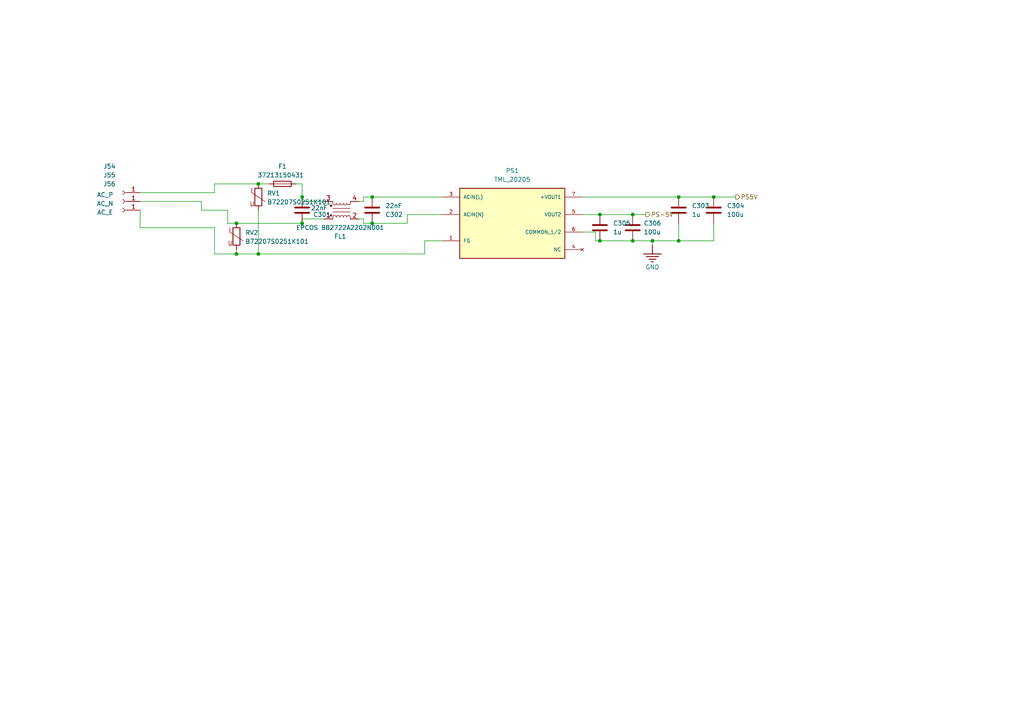
<source format=kicad_sch>
(kicad_sch (version 20230121) (generator eeschema)
  (paper "A4")
  (lib_symbols
    (symbol "Connector:Conn_01x01_Socket" (pin_names (offset 1.016) hide)
      (property "Reference" "J" (at 0 2.54 0))
      (property "Value" "Conn_01x01_Socket" (at 0 -2.54 0))
      (symbol "Conn_01x01_Socket_1_1"
        (polyline (pts (xy -1.27 0) (xy -0.508 0)) (stroke (width 0.1524)))
        (arc (start 0 0.508) (mid -0.5058 0) (end 0 -0.508) (stroke (width 0.1524)))
        (pin passive line (at -5.08 0 0) (length 3.81) (name "Pin_1") (number "1"))
      )
    )
    (symbol "Device:C" (pin_numbers hide) (pin_names (offset 0.254))
      (property "Reference" "C" (at 0.635 2.54 0))
      (property "Value" "C" (at 0.635 -2.54 0))
      (symbol "C_0_1"
        (polyline (pts (xy -2.032 -0.762) (xy 2.032 -0.762)) (stroke (width 0.508)))
        (polyline (pts (xy -2.032 0.762) (xy 2.032 0.762)) (stroke (width 0.508)))
      )
      (symbol "C_1_1"
        (pin passive line (at 0 3.81 270) (length 2.794) (name "~") (number "1"))
        (pin passive line (at 0 -3.81 90) (length 2.794) (name "~") (number "2"))
      )
    )
    (symbol "Device:Filter_EMI_LL" (pin_names (offset 0.254) hide)
      (property "Reference" "FL" (at 0 4.445 0))
      (property "Value" "Filter_EMI_LL" (at 0 -4.445 0))
      (symbol "Filter_EMI_LL_0_1"
        (circle (center -3.048 -1.27) (radius 0.254) (fill (type outline)))
        (circle (center -3.048 1.524) (radius 0.254) (fill (type outline)))
        (arc (start -2.54 2.032) (mid -2.032 1.5262) (end -1.524 2.032))
        (arc (start -1.524 -2.032) (mid -2.032 -1.5262) (end -2.54 -2.032))
        (arc (start -1.524 2.032) (mid -1.016 1.5262) (end -0.508 2.032))
        (arc (start -0.508 -2.032) (mid -1.016 -1.5262) (end -1.524 -2.032))
        (arc (start -0.508 2.032) (mid 0 1.5262) (end 0.508 2.032))
        (polyline (pts (xy -2.54 -2.032) (xy -2.54 -2.54)))
        (polyline (pts (xy -2.54 0.508) (xy 2.54 0.508)))
        (polyline (pts (xy -2.54 2.032) (xy -2.54 2.54)))
        (polyline (pts (xy 2.54 -2.032) (xy 2.54 -2.54)))
        (polyline (pts (xy 2.54 -0.508) (xy -2.54 -0.508)))
        (polyline (pts (xy 2.54 2.54) (xy 2.54 2.032)))
        (arc (start 0.508 -2.032) (mid 0 -1.5262) (end -0.508 -2.032))
        (arc (start 0.508 2.032) (mid 1.016 1.5262) (end 1.524 2.032))
        (arc (start 1.524 -2.032) (mid 1.016 -1.5262) (end 0.508 -2.032))
        (arc (start 1.524 2.032) (mid 2.032 1.5262) (end 2.54 2.032))
        (arc (start 2.54 -2.032) (mid 2.032 -1.5262) (end 1.524 -2.032))
      )
      (symbol "Filter_EMI_LL_1_1"
        (pin passive line (at -5.08 2.54 0) (length 2.54) (name "1") (number "1"))
        (pin passive line (at 5.08 2.54 180) (length 2.54) (name "2") (number "2"))
        (pin passive line (at -5.08 -2.54 0) (length 2.54) (name "3") (number "3"))
        (pin passive line (at 5.08 -2.54 180) (length 2.54) (name "4") (number "4"))
      )
    )
    (symbol "Device:Fuse" (pin_numbers hide) (pin_names (offset 0))
      (property "Reference" "F" (at 2.032 0 90))
      (property "Value" "Fuse" (at -1.905 0 90))
      (symbol "Fuse_0_1"
        (rectangle (start -0.762 -2.54) (end 0.762 2.54) (stroke (width 0.254)))
        (polyline (pts (xy 0 2.54) (xy 0 -2.54)))
      )
      (symbol "Fuse_1_1"
        (pin passive line (at 0 3.81 270) (length 1.27) (name "~") (number "1"))
        (pin passive line (at 0 -3.81 90) (length 1.27) (name "~") (number "2"))
      )
    )
    (symbol "Device:Varistor" (pin_numbers hide) (pin_names (offset 0))
      (property "Reference" "RV" (at 3.175 0 90))
      (property "Value" "Varistor" (at -3.175 0 90))
      (symbol "Varistor_0_0"
        (text "U" (at -1.778 -2.032 0) (effects (font (size 1.27 1.27))))
      )
      (symbol "Varistor_0_1"
        (rectangle (start -1.016 -2.54) (end 1.016 2.54) (stroke (width 0.254)))
        (polyline (pts (xy -1.905 2.54) (xy -1.905 1.27) (xy 1.905 -1.27)))
      )
      (symbol "Varistor_1_1"
        (pin passive line (at 0 3.81 270) (length 1.27) (name "~") (number "1"))
        (pin passive line (at 0 -3.81 90) (length 1.27) (name "~") (number "2"))
      )
    )
    (symbol "DifferentialProbe-altium-import:GND" (power)
      (property "Reference" "#PWR" (at 0 0 0))
      (property "Value" "GND" (at 0 6.35 0))
      (symbol "GND_0_0"
        (polyline (pts (xy -2.54 -2.54) (xy 2.54 -2.54)) (stroke (width 0.254)))
        (polyline (pts (xy -1.778 -3.302) (xy 1.778 -3.302)) (stroke (width 0.254)))
        (polyline (pts (xy -1.016 -4.064) (xy 1.016 -4.064)) (stroke (width 0.254)))
        (polyline (pts (xy -0.254 -4.826) (xy 0.254 -4.826)) (stroke (width 0.254)))
        (polyline (pts (xy 0 0) (xy 0 -2.54)) (stroke (width 0.254)))
        (pin power_in line (at 0 0 0) (length 0) hide (name "GND") (number ""))
      )
    )
    (symbol "New_Library:TML_20205" (pin_names (offset 1.016))
      (property "Reference" "PS" (at -15.24 10.922 0))
      (property "Value" "TML_20205" (at -15.24 -12.7 0))
      (symbol "TML_20205_0_0"
        (rectangle (start -15.24 -10.16) (end 15.24 10.16) (stroke (width 0.254)) (fill (type background)))
        (pin passive line (at -20.32 -5.08 0) (length 5.08) (name "FG") (number "1"))
        (pin input line (at -20.32 2.54 0) (length 5.08) (name "ACIN(N)") (number "2"))
        (pin input line (at -20.32 7.62 0) (length 5.08) (name "ACIN(L)") (number "3"))
        (pin no_connect line (at 20.32 -7.62 180) (length 5.08) (name "NC") (number "4"))
        (pin output line (at 20.32 2.54 180) (length 5.08) (name "VOUT2") (number "5"))
        (pin passive line (at 20.32 -2.54 180) (length 5.08) (name "COMMON_1/2") (number "6"))
        (pin output line (at 20.32 7.62 180) (length 5.08) (name "+VOUT1") (number "7"))
      )
    )
  )
  (junction (at 173.99 69.85))
  (junction (at 173.99 62.23))
  (junction (at 107.95 64.77))
  (junction (at 183.515 62.23))
  (junction (at 87.63 64.77))
  (junction (at 196.85 57.15))
  (junction (at 196.85 69.85))
  (junction (at 183.515 69.85))
  (junction (at 74.93 73.66))
  (junction (at 207.01 57.15))
  (junction (at 87.63 57.15))
  (junction (at 107.95 57.15))
  (junction (at 68.58 64.77))
  (junction (at 74.93 53.34))
  (junction (at 189.23 69.85))
  (junction (at 68.58 73.66))
  (wire (pts (xy 168.91 62.23) (xy 173.99 62.23)))
  (wire (pts (xy 189.23 69.85) (xy 196.85 69.85)))
  (wire (pts (xy 196.85 69.85) (xy 207.01 69.85)))
  (wire (pts (xy 85.725 53.34) (xy 87.63 53.34)))
  (wire (pts (xy 105.41 57.15) (xy 105.41 58.42)))
  (wire (pts (xy 68.58 72.39) (xy 68.58 73.66)))
  (wire (pts (xy 196.85 64.77) (xy 196.85 69.85)))
  (wire (pts (xy 173.99 69.85) (xy 172.72 69.85)))
  (wire (pts (xy 183.515 69.85) (xy 189.23 69.85)))
  (wire (pts (xy 40.64 60.96) (xy 40.64 66.04)))
  (wire (pts (xy 118.11 62.23) (xy 128.27 62.23)))
  (wire (pts (xy 123.19 73.66) (xy 123.19 69.85)))
  (wire (pts (xy 87.63 63.5) (xy 93.98 63.5)))
  (wire (pts (xy 105.41 64.77) (xy 105.41 63.5)))
  (wire (pts (xy 172.72 67.31) (xy 168.91 67.31)))
  (wire (pts (xy 74.93 60.96) (xy 74.93 73.66)))
  (wire (pts (xy 105.41 63.5) (xy 104.14 63.5)))
  (wire (pts (xy 74.93 53.34) (xy 78.105 53.34)))
  (wire (pts (xy 123.19 69.85) (xy 128.27 69.85)))
  (wire (pts (xy 62.23 66.04) (xy 62.23 73.66)))
  (wire (pts (xy 40.64 58.42) (xy 58.42 58.42)))
  (wire (pts (xy 87.63 64.77) (xy 87.63 63.5)))
  (wire (pts (xy 173.99 62.23) (xy 183.515 62.23)))
  (wire (pts (xy 68.58 64.77) (xy 87.63 64.77)))
  (wire (pts (xy 172.72 69.85) (xy 172.72 67.31)))
  (wire (pts (xy 40.64 55.88) (xy 62.23 55.88)))
  (wire (pts (xy 40.64 66.04) (xy 62.23 66.04)))
  (wire (pts (xy 87.63 57.15) (xy 87.63 53.34)))
  (wire (pts (xy 74.93 73.66) (xy 123.19 73.66)))
  (wire (pts (xy 58.42 60.96) (xy 66.04 60.96)))
  (wire (pts (xy 105.41 57.15) (xy 107.95 57.15)))
  (wire (pts (xy 66.04 64.77) (xy 66.04 60.96)))
  (wire (pts (xy 105.41 64.77) (xy 107.95 64.77)))
  (wire (pts (xy 105.41 58.42) (xy 104.14 58.42)))
  (wire (pts (xy 87.63 58.42) (xy 87.63 57.15)))
  (wire (pts (xy 207.01 57.15) (xy 213.36 57.15)))
  (wire (pts (xy 66.04 64.77) (xy 68.58 64.77)))
  (wire (pts (xy 189.23 69.85) (xy 189.23 71.12)))
  (wire (pts (xy 107.95 57.15) (xy 128.27 57.15)))
  (wire (pts (xy 62.23 73.66) (xy 68.58 73.66)))
  (wire (pts (xy 62.23 55.88) (xy 62.23 53.34)))
  (wire (pts (xy 183.515 62.23) (xy 187.325 62.23)))
  (wire (pts (xy 207.01 64.77) (xy 207.01 69.85)))
  (wire (pts (xy 168.91 57.15) (xy 196.85 57.15)))
  (wire (pts (xy 107.95 64.77) (xy 118.11 64.77)))
  (wire (pts (xy 58.42 58.42) (xy 58.42 60.96)))
  (wire (pts (xy 93.98 58.42) (xy 87.63 58.42)))
  (wire (pts (xy 196.85 57.15) (xy 207.01 57.15)))
  (wire (pts (xy 62.23 53.34) (xy 74.93 53.34)))
  (wire (pts (xy 68.58 73.66) (xy 74.93 73.66)))
  (wire (pts (xy 118.11 64.77) (xy 118.11 62.23)))
  (wire (pts (xy 173.99 69.85) (xy 183.515 69.85)))
  (hierarchical_label "PS-5V" (shape output) (at 187.325 62.23 0))
  (hierarchical_label "PS5V" (shape output) (at 213.36 57.15 0))
  (symbol (lib_id "Device:C") (at 87.63 60.96 0) (mirror x) (unit 1)
    (property "Reference" "C301" (at 90.805 62.23 0) (effects (justify left)))
    (property "Value" "22nF" (at 90.17 60.325 0) (effects (justify left)))
    (property "Footprint" "Capacitor_THT:C_Rect_L13.0mm_W4.0mm_P10.00mm_FKS3_FKP3_MKS4" (effects hide))
  )
  (symbol (lib_id "Device:C") (at 196.85 60.96 0) (unit 1)
    (property "Reference" "C303" (at 200.66 59.69 0) (effects (justify left)))
    (property "Value" "1u" (at 200.66 62.23 0) (effects (justify left)))
    (property "Footprint" "Capacitor_SMD:C_0603_1608Metric" (effects hide))
  )
  (symbol (lib_id "Device:C") (at 207.01 60.96 0) (unit 1)
    (property "Reference" "C304" (at 210.82 59.69 0) (effects (justify left)))
    (property "Value" "100u" (at 210.82 62.23 0) (effects (justify left)))
    (property "Footprint" "Capacitor_SMD:CP_Elec_10x12.5" (effects hide))
  )
  (symbol (lib_id "New_Library:TML_20205") (at 148.59 64.77 0) (unit 1)
    (property "Reference" "PS1" (at 148.59 49.53 0))
    (property "Value" "TML_20205" (at 148.59 52.07 0))
    (property "Footprint" "Library:CONV_TML_20205" (effects hide))
    (property "PARTREV" "April 7,2021" (effects hide))
    (property "STANDARD" "IPC 7351B" (effects hide))
    (property "MAXIMUM_PACKAGE_HEIGHT" "22.2mm" (effects hide))
    (property "MANUFACTURER" "Traco Power" (effects hide))
  )
  (symbol (lib_id "Connector:Conn_01x01_Socket") (at 35.56 60.96 180) (unit 1)
    (property "Reference" "J56" (at 31.75 53.34 0))
    (property "Value" "AC_E" (at 30.48 61.595 0))
    (property "Footprint" "Connector_Pin:Pin_D1.4mm_L8.5mm_W2.8mm_FlatFork" (effects hide))
  )
  (symbol (lib_id "Device:C") (at 107.95 60.96 0) (mirror x) (unit 1)
    (property "Reference" "C302" (at 111.76 62.23 0) (effects (justify left)))
    (property "Value" "22nF" (at 111.76 59.69 0) (effects (justify left)))
    (property "Footprint" "Capacitor_THT:C_Rect_L13.0mm_W4.0mm_P10.00mm_FKS3_FKP3_MKS4" (effects hide))
  )
  (symbol (lib_id "Connector:Conn_01x01_Socket") (at 35.56 58.42 180) (unit 1)
    (property "Reference" "J55" (at 31.75 50.8 0))
    (property "Value" "AC_N" (at 30.48 59.055 0))
    (property "Footprint" "Connector_Pin:Pin_D1.4mm_L8.5mm_W2.8mm_FlatFork" (effects hide))
  )
  (symbol (lib_id "Connector:Conn_01x01_Socket") (at 35.56 55.88 180) (unit 1)
    (property "Reference" "J54" (at 31.75 48.26 0))
    (property "Value" "AC_P" (at 30.48 56.515 0))
    (property "Footprint" "Connector_Pin:Pin_D1.4mm_L8.5mm_W2.8mm_FlatFork" (effects hide))
  )
  (symbol (lib_id "Device:Varistor") (at 68.58 68.58 0) (unit 1)
    (property "Reference" "RV2" (at 71.12 67.5033 0) (effects (justify left)))
    (property "Value" "B72207S0251K101" (at 71.12 70.0433 0) (effects (justify left)))
    (property "Footprint" "Varistor:RV_Disc_D9mm_W4.2mm_P5mm" (effects hide))
    (property "Sim.Name" "kicad_builtin_varistor" (effects hide))
    (property "Sim.Device" "SUBCKT" (effects hide))
    (property "Sim.Pins" "1=A 2=B" (effects hide))
    (property "Sim.Params" "threshold=1k" (effects hide))
    (property "Sim.Library" "${KICAD7_SYMBOL_DIR}/Simulation_SPICE.sp" (effects hide))
  )
  (symbol (lib_id "Device:Varistor") (at 74.93 57.15 0) (unit 1)
    (property "Reference" "RV1" (at 77.47 56.0733 0) (effects (justify left)))
    (property "Value" "B72207S0251K101" (at 77.47 58.6133 0) (effects (justify left)))
    (property "Footprint" "Varistor:RV_Disc_D9mm_W4.2mm_P5mm" (effects hide))
    (property "Sim.Name" "kicad_builtin_varistor" (effects hide))
    (property "Sim.Device" "SUBCKT" (effects hide))
    (property "Sim.Pins" "1=A 2=B" (effects hide))
    (property "Sim.Params" "threshold=1k" (effects hide))
    (property "Sim.Library" "${KICAD7_SYMBOL_DIR}/Simulation_SPICE.sp" (effects hide))
  )
  (symbol (lib_id "Device:C") (at 173.99 66.04 0) (unit 1)
    (property "Reference" "C305" (at 177.8 64.77 0) (effects (justify left)))
    (property "Value" "1u" (at 177.8 67.31 0) (effects (justify left)))
    (property "Footprint" "Capacitor_SMD:C_0603_1608Metric" (effects hide))
  )
  (symbol (lib_id "Device:Fuse") (at 81.915 53.34 90) (unit 1)
    (property "Reference" "F1" (at 81.915 48.26 90))
    (property "Value" "37213150431 " (at 81.915 50.8 90))
    (property "Footprint" "Fuse:Fuse_Littelfuse_372_D8.50mm" (effects hide))
  )
  (symbol (lib_id "DifferentialProbe-altium-import:GND") (at 189.23 71.12 0) (unit 1)
    (property "Reference" "#PWR035" (effects hide))
    (property "Value" "GND" (at 189.23 77.47 0))
    (instances (project "diffprobe-espnow" (path "" (reference "#PWR035") (unit 1)) (path "" (reference "#PWR036") (unit 1))) (project "diffprobe" (path "" (reference "#PWR016") (unit 1))) (project "DifferentialProbe" (path "" (reference "#PWR?") (unit 1))))
  )
  (symbol (lib_id "Device:Filter_EMI_LL") (at 99.06 60.96 0) (mirror x) (unit 1)
    (property "Reference" "FL1" (at 98.679 68.58 0))
    (property "Value" "EPCOS B82722A2202N001" (at 98.679 66.04 0))
    (property "Footprint" "Inductor_THT:Choke_EPCOS_B82722A" (effects hide))
  )
  (symbol (lib_id "Device:C") (at 183.515 66.04 0) (unit 1)
    (property "Reference" "C306" (at 186.69 64.77 0) (effects (justify left)))
    (property "Value" "100u" (at 186.69 67.31 0) (effects (justify left)))
    (property "Footprint" "Capacitor_SMD:CP_Elec_10x12.5" (effects hide))
  )
)
</source>
